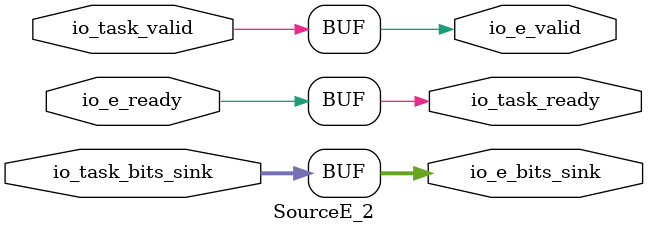
<source format=v>
module SourceE_2(
  input        io_e_ready,
  output       io_e_valid,
  output [2:0] io_e_bits_sink,
  output       io_task_ready,
  input        io_task_valid,
  input  [2:0] io_task_bits_sink
);
  assign io_e_valid = io_task_valid; // @[SourceE.scala 33:11]
  assign io_e_bits_sink = io_task_bits_sink; // @[SourceE.scala 34:15]
  assign io_task_ready = io_e_ready; // @[SourceE.scala 35:17]
endmodule

</source>
